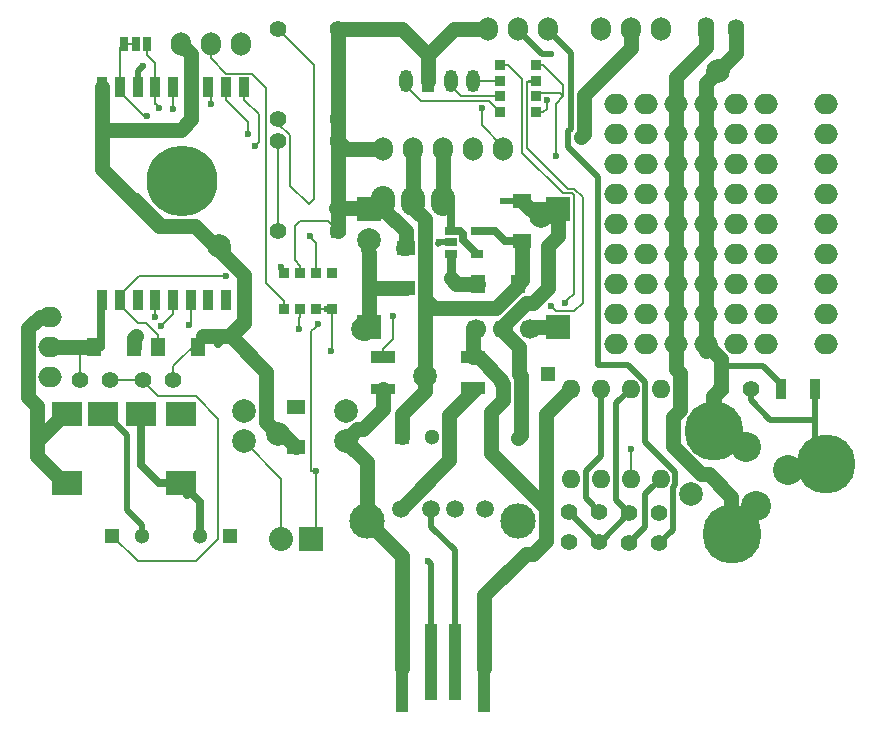
<source format=gbr>
G04 #@! TF.FileFunction,Copper,L1,Top,Signal*
%FSLAX46Y46*%
G04 Gerber Fmt 4.6, Leading zero omitted, Abs format (unit mm)*
G04 Created by KiCad (PCBNEW 4.0.2+dfsg1-stable) date 2016年08月04日 20時34分36秒*
%MOMM*%
G01*
G04 APERTURE LIST*
%ADD10C,0.100000*%
%ADD11R,2.000000X2.000000*%
%ADD12R,0.900000X1.700000*%
%ADD13C,6.000000*%
%ADD14C,1.501140*%
%ADD15O,3.000000X3.000000*%
%ADD16C,1.699260*%
%ADD17R,1.200000X1.600000*%
%ADD18C,1.300000*%
%ADD19R,1.300000X1.300000*%
%ADD20O,2.032000X2.540000*%
%ADD21C,5.000000*%
%ADD22C,2.540000*%
%ADD23O,1.600000X1.600000*%
%ADD24R,1.998980X0.899160*%
%ADD25R,1.998980X1.000760*%
%ADD26O,1.117600X1.905000*%
%ADD27R,1.117600X1.905000*%
%ADD28O,1.700000X2.000000*%
%ADD29R,0.800000X1.200000*%
%ADD30O,2.000000X1.700000*%
%ADD31C,1.998980*%
%ADD32O,1.400000X2.000000*%
%ADD33O,1.400000X1.700000*%
%ADD34R,0.900000X0.900000*%
%ADD35C,2.000000*%
%ADD36R,2.500000X2.000000*%
%ADD37R,1.000000X7.410000*%
%ADD38R,1.000000X6.410000*%
%ADD39C,1.397000*%
%ADD40R,1.600000X1.200000*%
%ADD41R,2.032000X2.032000*%
%ADD42O,2.032000X2.032000*%
%ADD43R,1.060000X0.650000*%
%ADD44C,0.600000*%
%ADD45C,0.508000*%
%ADD46C,0.203200*%
%ADD47C,1.270000*%
%ADD48C,0.635000*%
%ADD49C,0.762000*%
G04 APERTURE END LIST*
D10*
D11*
X182434500Y-116696500D03*
X182434500Y-106696500D03*
X166434500Y-106696500D03*
X166434500Y-116696500D03*
D12*
X143860000Y-96410000D03*
X143860000Y-114410000D03*
X145360000Y-96410000D03*
X145360000Y-114410000D03*
X146860000Y-96410000D03*
X146860000Y-114410000D03*
X148360000Y-96410000D03*
X148360000Y-114410000D03*
X149860000Y-96410000D03*
X149860000Y-114410000D03*
X151360000Y-96410000D03*
X151360000Y-114410000D03*
X152860000Y-96410000D03*
X152860000Y-114410000D03*
X154360000Y-96410000D03*
X154360000Y-114410000D03*
X155860000Y-96410000D03*
X155860000Y-114410000D03*
D13*
X150660000Y-104310000D03*
D14*
X176276860Y-132077880D03*
X173736860Y-132077880D03*
X171704860Y-132077880D03*
X169164860Y-132077880D03*
D15*
X179064000Y-133110000D03*
X166264000Y-133110000D03*
D16*
X177800000Y-116840000D03*
X180091080Y-116840000D03*
X175508920Y-116840000D03*
D17*
X175670000Y-113030000D03*
X179070000Y-113030000D03*
D18*
X179284000Y-125857000D03*
D19*
X176784000Y-125857000D03*
D20*
X167640000Y-106045000D03*
X170180000Y-106045000D03*
X172720000Y-106045000D03*
D21*
X195622399Y-125469729D03*
X197166131Y-134224670D03*
X205149206Y-128303467D03*
D22*
X198352522Y-126844655D03*
X199234655Y-131847478D03*
X201920353Y-128794733D03*
D23*
X183515000Y-129540000D03*
X186055000Y-129540000D03*
X188595000Y-129540000D03*
X191135000Y-129540000D03*
X191135000Y-121920000D03*
X188595000Y-121920000D03*
X186055000Y-121920000D03*
X183515000Y-121920000D03*
D24*
X167640000Y-121920000D03*
D25*
X167640000Y-119270780D03*
X175239680Y-119270780D03*
X175239680Y-121871740D03*
D26*
X169545000Y-95885000D03*
D27*
X171450000Y-95885000D03*
D26*
X173355000Y-95885000D03*
X175260000Y-95885000D03*
D28*
X155575000Y-92710000D03*
X153035000Y-92710000D03*
X150495000Y-92710000D03*
D29*
X145685000Y-92710000D03*
X147685000Y-92710000D03*
X146685000Y-92710000D03*
D30*
X139446000Y-115824000D03*
X139446000Y-118364000D03*
X139446000Y-120904000D03*
D28*
X167640000Y-101600000D03*
X172720000Y-101600000D03*
X170180000Y-101600000D03*
X175260000Y-101600000D03*
X177800000Y-101600000D03*
D31*
X193675000Y-130810000D03*
D28*
X186055000Y-91440000D03*
X188595000Y-91440000D03*
X191135000Y-91440000D03*
X176530000Y-91440000D03*
X179070000Y-91440000D03*
X181610000Y-91440000D03*
D32*
X194945000Y-91440000D03*
D33*
X197485000Y-91440000D03*
D34*
X180570000Y-98520000D03*
X180570000Y-94520000D03*
X180570000Y-97180000D03*
X180570000Y-95860000D03*
X177570000Y-97180000D03*
X177570000Y-98520000D03*
X177570000Y-94520000D03*
X177570000Y-95860000D03*
D35*
X155829000Y-123825000D03*
X164465000Y-123825000D03*
D36*
X150565000Y-129900000D03*
X140865000Y-129900000D03*
X147165000Y-124100000D03*
X150565000Y-124100000D03*
X140865000Y-124100000D03*
X143965000Y-124100000D03*
D37*
X169220000Y-145560000D03*
D38*
X171720000Y-145060000D03*
X173720000Y-145060000D03*
D37*
X176220000Y-145560000D03*
D39*
X144526000Y-121158000D03*
X141986000Y-121158000D03*
X149860000Y-121158000D03*
X147320000Y-121158000D03*
X183388000Y-134874000D03*
X183388000Y-132334000D03*
X185928000Y-134874000D03*
X185928000Y-132334000D03*
X188468000Y-135001000D03*
X188468000Y-132461000D03*
X191008000Y-135001000D03*
X191008000Y-132461000D03*
X196215000Y-121920000D03*
X198755000Y-121920000D03*
D35*
X155829000Y-126365000D03*
X164465000Y-126365000D03*
D39*
X163830000Y-108585000D03*
X158750000Y-108585000D03*
X163830000Y-100965000D03*
X158750000Y-100965000D03*
D17*
X143129000Y-118364000D03*
X146529000Y-118364000D03*
X148590000Y-118364000D03*
X151990000Y-118364000D03*
D40*
X160274000Y-123444000D03*
X160274000Y-126844000D03*
D19*
X144693000Y-134366000D03*
D18*
X147193000Y-134366000D03*
X152146000Y-134366000D03*
D19*
X154646000Y-134366000D03*
D30*
X205105000Y-118110000D03*
X205105000Y-107950000D03*
X205105000Y-110490000D03*
X205105000Y-115570000D03*
X205105000Y-113030000D03*
X205105000Y-102870000D03*
X205105000Y-105410000D03*
X205105000Y-100330000D03*
X205105000Y-97790000D03*
D19*
X181610000Y-120650000D03*
D18*
X179110000Y-120650000D03*
D30*
X197485000Y-118110000D03*
X197485000Y-107950000D03*
X197485000Y-110490000D03*
X197485000Y-115570000D03*
X197485000Y-113030000D03*
X197485000Y-102870000D03*
X197485000Y-105410000D03*
X197485000Y-100330000D03*
X197485000Y-97790000D03*
X192405000Y-118110000D03*
X192405000Y-107950000D03*
X192405000Y-110490000D03*
X192405000Y-115570000D03*
X192405000Y-113030000D03*
X192405000Y-102870000D03*
X192405000Y-105410000D03*
X192405000Y-100330000D03*
X192405000Y-97790000D03*
X194945000Y-118110000D03*
X194945000Y-107950000D03*
X194945000Y-110490000D03*
X194945000Y-115570000D03*
X194945000Y-113030000D03*
X194945000Y-102870000D03*
X194945000Y-105410000D03*
X194945000Y-100330000D03*
X194945000Y-97790000D03*
X200025000Y-118110000D03*
X200025000Y-107950000D03*
X200025000Y-110490000D03*
X200025000Y-115570000D03*
X200025000Y-113030000D03*
X200025000Y-102870000D03*
X200025000Y-105410000D03*
X200025000Y-100330000D03*
X200025000Y-97790000D03*
X187325000Y-118110000D03*
X187325000Y-107950000D03*
X187325000Y-110490000D03*
X187325000Y-115570000D03*
X187325000Y-113030000D03*
X187325000Y-102870000D03*
X187325000Y-105410000D03*
X187325000Y-100330000D03*
X187325000Y-97790000D03*
X189865000Y-118110000D03*
X189865000Y-107950000D03*
X189865000Y-110490000D03*
X189865000Y-115570000D03*
X189865000Y-113030000D03*
X189865000Y-102870000D03*
X189865000Y-105410000D03*
X189865000Y-100330000D03*
X189865000Y-97790000D03*
D34*
X159290000Y-115165000D03*
X163290000Y-115165000D03*
X160630000Y-115165000D03*
X161950000Y-115165000D03*
X160630000Y-112165000D03*
X159290000Y-112165000D03*
X163290000Y-112165000D03*
X161950000Y-112165000D03*
D41*
X161544000Y-134620000D03*
D42*
X159004000Y-134620000D03*
D12*
X201295000Y-121920000D03*
X204195000Y-121920000D03*
D39*
X158750000Y-91440000D03*
X163830000Y-91440000D03*
X158750000Y-99060000D03*
X163830000Y-99060000D03*
D40*
X169545000Y-113396500D03*
X169545000Y-109996500D03*
X179415188Y-109429868D03*
X179415188Y-106029868D03*
D18*
X171767500Y-125984000D03*
D19*
X169267500Y-125984000D03*
D43*
X173355000Y-108590000D03*
X173355000Y-109540000D03*
X173355000Y-110490000D03*
X175555000Y-110490000D03*
X175555000Y-108590000D03*
D44*
X163195000Y-118745000D03*
D35*
X171215309Y-120881587D03*
D44*
X162898554Y-115145176D03*
X192405000Y-95504000D03*
X181864000Y-93599000D03*
X170180000Y-106172000D03*
X152400040Y-117475000D03*
X146685000Y-117475000D03*
D35*
X180975000Y-107315000D03*
D44*
X177815132Y-106029868D03*
X169545000Y-109996500D03*
X172400000Y-109540000D03*
D35*
X153736904Y-109855000D03*
X158750000Y-125730000D03*
X195961000Y-94996000D03*
D44*
X150876000Y-99822000D03*
X181520012Y-97521771D03*
X147656801Y-98845215D03*
X148684058Y-98131281D03*
X175983979Y-98156771D03*
X153035000Y-97790000D03*
D35*
X165955376Y-116909980D03*
X166470118Y-109320118D03*
D44*
X184404000Y-100584000D03*
X149860000Y-98204380D03*
X171450000Y-136525000D03*
X147297000Y-94615000D03*
X161418521Y-109036161D03*
X154332420Y-112367580D03*
X160274000Y-123444000D03*
X156210000Y-100330000D03*
X181864000Y-114935000D03*
X151193772Y-116494200D03*
X160528000Y-116840000D03*
X151360000Y-114410000D03*
X152825832Y-114727139D03*
X163290000Y-112165000D03*
X146812000Y-114554000D03*
X148844000Y-116586000D03*
X156804167Y-101350137D03*
X182245036Y-102235000D03*
X159033217Y-111656732D03*
X154432000Y-114300000D03*
X183013756Y-114639814D03*
X168497148Y-115736758D03*
X161925000Y-128905000D03*
X188595000Y-127000000D03*
X162155872Y-116458083D03*
X148336000Y-115824000D03*
D45*
X143129000Y-118364000D02*
X143764000Y-118364000D01*
D46*
X162898554Y-115145176D02*
X163270176Y-115145176D01*
X163270176Y-115145176D02*
X163290000Y-115165000D01*
X161950000Y-115165000D02*
X162878730Y-115165000D01*
X162878730Y-115165000D02*
X162898554Y-115145176D01*
D47*
X182434500Y-116696500D02*
X180234580Y-116696500D01*
X180234580Y-116696500D02*
X180091080Y-116840000D01*
X170180000Y-106045000D02*
X170180000Y-106596264D01*
X170180000Y-106596264D02*
X171180001Y-107596265D01*
D46*
X163290000Y-115165000D02*
X163290000Y-118650000D01*
X163290000Y-118650000D02*
X163195000Y-118745000D01*
X163290000Y-115165000D02*
X163290000Y-115178554D01*
D47*
X170180000Y-101600000D02*
X170180000Y-102870000D01*
X171215309Y-120881587D02*
X171215309Y-122116191D01*
X171215309Y-122116191D02*
X171180001Y-122151499D01*
X199234655Y-131847478D02*
X199234655Y-132156146D01*
X199234655Y-132156146D02*
X197166131Y-134224670D01*
X171180001Y-114300000D02*
X171180001Y-107596265D01*
X171180001Y-122151499D02*
X171180001Y-114300000D01*
X171180001Y-114300000D02*
X171980001Y-115100000D01*
X177200000Y-115100000D02*
X179070000Y-113230000D01*
X179070000Y-113230000D02*
X179070000Y-113030000D01*
X171980001Y-115100000D02*
X177200000Y-115100000D01*
D48*
X175555000Y-108590000D02*
X177140320Y-108590000D01*
X177140320Y-108590000D02*
X177980188Y-109429868D01*
X177980188Y-109429868D02*
X179415188Y-109429868D01*
D47*
X179415188Y-109429868D02*
X179415188Y-112684812D01*
X179415188Y-112684812D02*
X179070000Y-113030000D01*
D46*
X162990000Y-115217542D02*
X162917634Y-115145176D01*
X162917634Y-115145176D02*
X162898554Y-115145176D01*
X162814000Y-115316000D02*
X162912458Y-115217542D01*
X162912458Y-115217542D02*
X162990000Y-115217542D01*
X162937458Y-115165000D02*
X162990000Y-115217542D01*
D47*
X169267500Y-125984000D02*
X169267500Y-124064000D01*
X169267500Y-124064000D02*
X171180001Y-122151499D01*
X170180000Y-106596264D02*
X170180000Y-106172000D01*
X197102631Y-131070137D02*
X197102631Y-134605670D01*
X195218224Y-129185730D02*
X197102631Y-131070137D01*
X194557746Y-129185730D02*
X195218224Y-129185730D01*
X192188005Y-126815989D02*
X194557746Y-129185730D01*
X192188005Y-124285821D02*
X192188005Y-126815989D01*
X192770001Y-123703825D02*
X192188005Y-124285821D01*
X192770001Y-120595001D02*
X192770001Y-123703825D01*
X192405000Y-120230000D02*
X192770001Y-120595001D01*
X192405000Y-118110000D02*
X192405000Y-120230000D01*
D45*
X181079000Y-93599000D02*
X181864000Y-93599000D01*
X179070000Y-91440000D02*
X179070000Y-91590000D01*
X179070000Y-91590000D02*
X181079000Y-93599000D01*
D47*
X143129000Y-118364000D02*
X142494000Y-118364000D01*
X142494000Y-118364000D02*
X139446000Y-118364000D01*
D46*
X141986000Y-121158000D02*
X141986000Y-118703800D01*
X141986000Y-118703800D02*
X142325800Y-118364000D01*
X142325800Y-118364000D02*
X142494000Y-118364000D01*
D48*
X143764000Y-118364000D02*
X143764000Y-114506000D01*
X143764000Y-114506000D02*
X143860000Y-114410000D01*
D47*
X194945000Y-91440000D02*
X194945000Y-92964000D01*
X192405000Y-95504000D02*
X192405000Y-97790000D01*
X194945000Y-92964000D02*
X192405000Y-95504000D01*
X170180000Y-102870000D02*
X170180000Y-106172000D01*
X192405000Y-100330000D02*
X192405000Y-97790000D01*
X192405000Y-102870000D02*
X192405000Y-100330000D01*
X192405000Y-105410000D02*
X192405000Y-102870000D01*
X192405000Y-107950000D02*
X192405000Y-105410000D01*
X192405000Y-110490000D02*
X192405000Y-107950000D01*
X192405000Y-113030000D02*
X192405000Y-110490000D01*
X192405000Y-115570000D02*
X192405000Y-113030000D01*
X192405000Y-118110000D02*
X192405000Y-115570000D01*
X195622399Y-125469729D02*
X195622399Y-122512601D01*
X195622399Y-122512601D02*
X196215000Y-121920000D01*
X195622399Y-125469729D02*
X196977596Y-125469729D01*
X196977596Y-125469729D02*
X198352522Y-126844655D01*
X146529000Y-118364000D02*
X146529000Y-117631000D01*
X146529000Y-117631000D02*
X146685000Y-117475000D01*
X167640000Y-101600000D02*
X164465000Y-101600000D01*
X164465000Y-101600000D02*
X163830000Y-100965000D01*
X154749000Y-117475000D02*
X152400040Y-117475000D01*
D46*
X149860000Y-120015040D02*
X152100041Y-117774999D01*
X149860000Y-121158000D02*
X149860000Y-120015040D01*
X152100041Y-117774999D02*
X152400040Y-117475000D01*
D47*
X180975000Y-107315000D02*
X181816000Y-107315000D01*
X181816000Y-107315000D02*
X182434500Y-106696500D01*
X169545000Y-108585000D02*
X167640000Y-106680000D01*
X167640000Y-106680000D02*
X167640000Y-106045000D01*
X169545000Y-109996500D02*
X169545000Y-108585000D01*
X167656500Y-106696500D02*
X167475000Y-106878000D01*
X169345000Y-109996500D02*
X169545000Y-109996500D01*
X166434500Y-106696500D02*
X167656500Y-106696500D01*
D45*
X179415188Y-106029868D02*
X177815132Y-106029868D01*
X173355000Y-109540000D02*
X172400000Y-109540000D01*
X172400000Y-109540000D02*
X172269011Y-109670989D01*
X173355000Y-109540000D02*
X173630991Y-109540000D01*
D47*
X154060000Y-110490000D02*
X151715001Y-108145001D01*
X155860000Y-112290000D02*
X154060000Y-110490000D01*
D48*
X155860000Y-111978096D02*
X153736904Y-109855000D01*
X153736904Y-109855000D02*
X152085904Y-108204000D01*
D47*
X154060000Y-110490000D02*
X154060000Y-110178096D01*
X154060000Y-110178096D02*
X153736904Y-109855000D01*
X154749000Y-117475000D02*
X155194000Y-117030000D01*
X157750001Y-124730001D02*
X157750001Y-120476001D01*
X158750000Y-125730000D02*
X157750001Y-124730001D01*
X157750001Y-120476001D02*
X154749000Y-117475000D01*
X158750000Y-125730000D02*
X159160000Y-125730000D01*
X159160000Y-125730000D02*
X160274000Y-126844000D01*
X179110000Y-120650000D02*
X179110000Y-118352175D01*
X179110000Y-118352175D02*
X177800000Y-117042175D01*
X177800000Y-117042175D02*
X177800000Y-116840000D01*
D45*
X173355000Y-109540000D02*
X173035000Y-109540000D01*
D47*
X181610000Y-109854999D02*
X182434500Y-109030499D01*
X182434500Y-109030499D02*
X182434500Y-106696500D01*
X181610000Y-113393002D02*
X181610000Y-109854999D01*
X177800000Y-116840000D02*
X177800000Y-116637825D01*
X179772824Y-114665001D02*
X180338001Y-114665001D01*
X180338001Y-114665001D02*
X181610000Y-113393002D01*
X177800000Y-116637825D02*
X179772824Y-114665001D01*
X182434500Y-106696500D02*
X180081820Y-106696500D01*
X180081820Y-106696500D02*
X179415188Y-106029868D01*
X167640000Y-121920000D02*
X167640000Y-123639580D01*
X167640000Y-123639580D02*
X165914579Y-125365001D01*
X165914579Y-125365001D02*
X165464999Y-125365001D01*
X165464999Y-125365001D02*
X164465000Y-126365000D01*
X179284000Y-125857000D02*
X179284000Y-120824000D01*
X179284000Y-120824000D02*
X179110000Y-120650000D01*
X179064000Y-126077000D02*
X179284000Y-125857000D01*
X155194000Y-117030000D02*
X155860000Y-116364000D01*
D45*
X188468000Y-135001000D02*
X189855499Y-133613501D01*
X189855499Y-133613501D02*
X189855499Y-130819501D01*
X189855499Y-130819501D02*
X190335001Y-130339999D01*
X190335001Y-130339999D02*
X191135000Y-129540000D01*
D47*
X196215000Y-121920000D02*
X196215000Y-120015000D01*
X196215000Y-120015000D02*
X196215000Y-119380000D01*
D45*
X201295000Y-121920000D02*
X201295000Y-121520000D01*
X201295000Y-121520000D02*
X199790000Y-120015000D01*
X199790000Y-120015000D02*
X196215000Y-120015000D01*
D47*
X196215000Y-119380000D02*
X194945000Y-118110000D01*
X195558899Y-125850729D02*
X195558899Y-122576101D01*
X195558899Y-122576101D02*
X196215000Y-121920000D01*
X166264000Y-133110000D02*
X166264000Y-128164000D01*
X166264000Y-128164000D02*
X164465000Y-126365000D01*
X165178740Y-127078740D02*
X164465000Y-126365000D01*
X163830000Y-91440000D02*
X169227500Y-91440000D01*
X169227500Y-91440000D02*
X171450000Y-93662500D01*
X176530000Y-91440000D02*
X173672500Y-91440000D01*
X173672500Y-91440000D02*
X171450000Y-93662500D01*
X171450000Y-93662500D02*
X171450000Y-95885000D01*
X194945000Y-96012000D02*
X195961000Y-94996000D01*
X195961000Y-94996000D02*
X197485000Y-93472000D01*
D46*
X162974398Y-107729398D02*
X163131501Y-107886501D01*
X163131501Y-107886501D02*
X163830000Y-108585000D01*
X160620230Y-107729398D02*
X162974398Y-107729398D01*
X160180398Y-108169230D02*
X160620230Y-107729398D01*
X160630000Y-111511800D02*
X160180398Y-111062198D01*
X160180398Y-111062198D02*
X160180398Y-108169230D01*
X160630000Y-112165000D02*
X160630000Y-111511800D01*
X163830000Y-108585000D02*
X163322000Y-109093000D01*
D47*
X163639500Y-106616500D02*
X165719500Y-106616500D01*
X163830000Y-100965000D02*
X163830000Y-108585000D01*
X163830000Y-99060000D02*
X163830000Y-91440000D01*
X163830000Y-100965000D02*
X163830000Y-99060000D01*
X151360000Y-96410000D02*
X151360000Y-93575000D01*
X151360000Y-93575000D02*
X150495000Y-92710000D01*
X137610990Y-116770010D02*
X138557000Y-115824000D01*
X138557000Y-115824000D02*
X139446000Y-115824000D01*
X138345000Y-123359000D02*
X137610990Y-122624990D01*
X137610990Y-122624990D02*
X137610990Y-116770010D01*
X138345000Y-126370000D02*
X138345000Y-123359000D01*
X140865000Y-124100000D02*
X140615000Y-124100000D01*
X140615000Y-124100000D02*
X138345000Y-126370000D01*
X138345000Y-126370000D02*
X138345000Y-127630000D01*
X138345000Y-127630000D02*
X140615000Y-129900000D01*
X140615000Y-129900000D02*
X140865000Y-129900000D01*
X150495000Y-99980235D02*
X143891235Y-99980235D01*
X143860000Y-103347000D02*
X143860000Y-99949000D01*
X143860000Y-99949000D02*
X143860000Y-96410000D01*
X143891235Y-99980235D02*
X143860000Y-99949000D01*
D48*
X150495000Y-99980235D02*
X150876000Y-99822000D01*
D47*
X151360000Y-96410000D02*
X151360000Y-99115235D01*
X151360000Y-99115235D02*
X150495000Y-99980235D01*
X148658001Y-108145001D02*
X143860000Y-103347000D01*
X155860000Y-114410000D02*
X155860000Y-112290000D01*
X151715001Y-108145001D02*
X148658001Y-108145001D01*
X155860000Y-114410000D02*
X155860000Y-115895000D01*
X155860000Y-116364000D02*
X155860000Y-115895000D01*
D48*
X153645000Y-118110000D02*
X155860000Y-115895000D01*
D47*
X194945000Y-97790000D02*
X194945000Y-96012000D01*
X197485000Y-93472000D02*
X197485000Y-91440000D01*
X169220000Y-145560000D02*
X169220000Y-136066000D01*
X169220000Y-136066000D02*
X166264000Y-133110000D01*
X194945000Y-118110000D02*
X194945000Y-118745000D01*
D48*
X155860000Y-114410000D02*
X155860000Y-111978096D01*
X149352000Y-108204000D02*
X146812000Y-105664000D01*
X152085904Y-108204000D02*
X149352000Y-108204000D01*
X150876000Y-99822000D02*
X151360000Y-97895000D01*
X151360000Y-97895000D02*
X151360000Y-96410000D01*
X143860000Y-96410000D02*
X143860000Y-97895000D01*
D47*
X194945000Y-115570000D02*
X194945000Y-118110000D01*
X194945000Y-113030000D02*
X194945000Y-115570000D01*
X194945000Y-110490000D02*
X194945000Y-113030000D01*
X194945000Y-107950000D02*
X194945000Y-110490000D01*
X194945000Y-105410000D02*
X194945000Y-107950000D01*
X194945000Y-102870000D02*
X194945000Y-105410000D01*
X194945000Y-100330000D02*
X194945000Y-102870000D01*
X194945000Y-97790000D02*
X194945000Y-100330000D01*
D46*
X169545000Y-96278700D02*
X170821470Y-97555170D01*
X170821470Y-97555170D02*
X176605170Y-97555170D01*
X176605170Y-97555170D02*
X177570000Y-98520000D01*
X169545000Y-95885000D02*
X169545000Y-96278700D01*
X176916800Y-97180000D02*
X177570000Y-97180000D01*
X173355000Y-96278700D02*
X174228260Y-97151960D01*
X173355000Y-95885000D02*
X173355000Y-96278700D01*
X174228260Y-97151960D02*
X176888760Y-97151960D01*
X176888760Y-97151960D02*
X176916800Y-97180000D01*
X175260000Y-95885000D02*
X177545000Y-95885000D01*
X177545000Y-95885000D02*
X177570000Y-95860000D01*
X157749899Y-112971699D02*
X159290000Y-114511800D01*
X154380199Y-95258399D02*
X156551281Y-95258399D01*
X156551281Y-95258399D02*
X157749899Y-96457017D01*
X157749899Y-96457017D02*
X157749899Y-112971699D01*
X153035000Y-92710000D02*
X153035000Y-93913200D01*
X153035000Y-93913200D02*
X154380199Y-95258399D01*
X159290000Y-114511800D02*
X159290000Y-115165000D01*
X181520012Y-97946035D02*
X181520012Y-97521771D01*
X181520012Y-98223188D02*
X181520012Y-97946035D01*
X180570000Y-98520000D02*
X181223200Y-98520000D01*
X181223200Y-98520000D02*
X181520012Y-98223188D01*
X145360000Y-96810000D02*
X147395215Y-98845215D01*
X147395215Y-98845215D02*
X147656801Y-98845215D01*
X145360000Y-96410000D02*
X145360000Y-96810000D01*
X146685000Y-92710000D02*
X145685000Y-92710000D01*
X145360000Y-96410000D02*
X145360000Y-93035000D01*
X145360000Y-93035000D02*
X145685000Y-92710000D01*
X158750000Y-100965000D02*
X158750000Y-101952828D01*
X158750000Y-101952828D02*
X158750000Y-108585000D01*
X148360000Y-96410000D02*
X148360000Y-97807223D01*
X148384059Y-97831282D02*
X148684058Y-98131281D01*
X148360000Y-97807223D02*
X148384059Y-97831282D01*
X147685000Y-92710000D02*
X147685000Y-93710000D01*
X148360000Y-94385000D02*
X148360000Y-96410000D01*
X147685000Y-93710000D02*
X148360000Y-94385000D01*
X177800000Y-101600000D02*
X177800000Y-101450000D01*
X177800000Y-101450000D02*
X175983979Y-99633979D01*
X175983979Y-99633979D02*
X175983979Y-98581035D01*
X175983979Y-98581035D02*
X175983979Y-98156771D01*
X153035000Y-97790000D02*
X153035000Y-96585000D01*
X153035000Y-96585000D02*
X152860000Y-96410000D01*
D47*
X175239680Y-119270780D02*
X175239680Y-117109240D01*
X175239680Y-117109240D02*
X175508920Y-116840000D01*
X166470118Y-111280228D02*
X166370000Y-109220000D01*
X166470118Y-109754882D02*
X166470118Y-109320118D01*
X166470118Y-109320118D02*
X166370000Y-109220000D01*
D48*
X173355000Y-108590000D02*
X173355000Y-106680000D01*
X173355000Y-106680000D02*
X172720000Y-106045000D01*
D47*
X166470118Y-116841106D02*
X166470118Y-113030000D01*
X166470118Y-113030000D02*
X166470118Y-112694441D01*
X169545000Y-113396500D02*
X166836618Y-113396500D01*
X166836618Y-113396500D02*
X166470118Y-113030000D01*
X166074557Y-117236667D02*
X166470118Y-116841106D01*
X166470118Y-112694441D02*
X166470118Y-111280228D01*
D48*
X175555000Y-110490000D02*
X175260000Y-110195000D01*
X173355000Y-108590000D02*
X174191502Y-108590000D01*
X174191502Y-108590000D02*
X174402501Y-108800999D01*
X174402501Y-108800999D02*
X174402501Y-109337501D01*
X174402501Y-109337501D02*
X175555000Y-110490000D01*
D47*
X172720000Y-102235000D02*
X172720000Y-106045000D01*
X177800000Y-121537802D02*
X177624999Y-121362801D01*
X177624999Y-121362801D02*
X177624999Y-121156989D01*
X177624999Y-121156989D02*
X175738790Y-119270780D01*
X175738790Y-119270780D02*
X175239680Y-119270780D01*
X177800000Y-122921000D02*
X177800000Y-121537802D01*
X176784000Y-125857000D02*
X176784000Y-123937000D01*
X176784000Y-123937000D02*
X177800000Y-122921000D01*
X183515000Y-121920000D02*
X181399001Y-124035999D01*
X181399001Y-124035999D02*
X181399001Y-131989199D01*
X176784000Y-125857000D02*
X176784000Y-127374198D01*
X176784000Y-127374198D02*
X181399001Y-131989199D01*
X181399001Y-131989199D02*
X181399001Y-134830999D01*
X179705000Y-135890000D02*
X180340000Y-135890000D01*
X176220000Y-145560000D02*
X176220000Y-139375000D01*
X176220000Y-139375000D02*
X179705000Y-135890000D01*
X180340000Y-135890000D02*
X181399001Y-134830999D01*
X188595000Y-93091000D02*
X188595000Y-91440000D01*
X184658000Y-97028000D02*
X188595000Y-93091000D01*
X184658000Y-100330000D02*
X184658000Y-97028000D01*
X184404000Y-100584000D02*
X184658000Y-100330000D01*
D48*
X150565000Y-129900000D02*
X150815000Y-129900000D01*
X150815000Y-129900000D02*
X151003000Y-130088000D01*
X151003000Y-130088000D02*
X151003000Y-130937000D01*
X152146000Y-134366000D02*
X152146000Y-131481000D01*
X152146000Y-131481000D02*
X150565000Y-129900000D01*
X150565000Y-129900000D02*
X148680000Y-129900000D01*
X148680000Y-129900000D02*
X147165000Y-128385000D01*
X147165000Y-128385000D02*
X147165000Y-125735000D01*
X147165000Y-125735000D02*
X147165000Y-124100000D01*
D46*
X161330015Y-106321211D02*
X161820210Y-105831016D01*
X161820210Y-94510210D02*
X159448499Y-92138499D01*
X159750101Y-100484951D02*
X159750101Y-101445049D01*
X159743789Y-104734985D02*
X161330015Y-106321211D01*
X161820210Y-105831016D02*
X161820210Y-94510210D01*
X158750000Y-99484850D02*
X159750101Y-100484951D01*
X158750000Y-99060000D02*
X158750000Y-99484850D01*
X159750101Y-101445049D02*
X159743789Y-101451361D01*
X159743789Y-101451361D02*
X159743789Y-104734985D01*
X159448499Y-92138499D02*
X158750000Y-91440000D01*
X149860000Y-96410000D02*
X149860000Y-98204380D01*
D45*
X173720000Y-145060000D02*
X173720000Y-135620000D01*
X171704860Y-133604860D02*
X171704860Y-132077880D01*
X173720000Y-135620000D02*
X171704860Y-133604860D01*
X171720000Y-145060000D02*
X171720000Y-136795000D01*
X171720000Y-136795000D02*
X171450000Y-136525000D01*
X191008000Y-135001000D02*
X192160501Y-133848499D01*
X192160501Y-133848499D02*
X192160501Y-130276500D01*
X192160501Y-130276500D02*
X192389001Y-130048000D01*
X192389001Y-130048000D02*
X192389001Y-128938079D01*
X192389001Y-128938079D02*
X189849001Y-126398079D01*
X189849001Y-126398079D02*
X189849001Y-121318079D01*
X189849001Y-121318079D02*
X188410990Y-119880068D01*
X188410990Y-119880068D02*
X185870990Y-119880068D01*
X185870990Y-119880068D02*
X185870990Y-103975008D01*
X185870990Y-103975008D02*
X183314991Y-101419009D01*
X183314991Y-101419009D02*
X183314991Y-100132917D01*
X183314991Y-100132917D02*
X183515000Y-99932908D01*
X183515000Y-99932908D02*
X183515000Y-93495000D01*
X183515000Y-93495000D02*
X181610000Y-91590000D01*
X181610000Y-91590000D02*
X181610000Y-91440000D01*
X204195000Y-121920000D02*
X204195000Y-124587000D01*
X204195000Y-124587000D02*
X204195000Y-127793761D01*
X198755000Y-121920000D02*
X198755000Y-122907828D01*
X198755000Y-122907828D02*
X200434172Y-124587000D01*
X200434172Y-124587000D02*
X204195000Y-124587000D01*
X204195000Y-127793761D02*
X205085706Y-128684467D01*
X146860000Y-96410000D02*
X146860000Y-95052000D01*
X146860000Y-95052000D02*
X147297000Y-94615000D01*
D46*
X146860000Y-96410000D02*
X146860000Y-95356800D01*
X146860000Y-95356800D02*
X147320000Y-94896800D01*
X146860000Y-96410000D02*
X146860000Y-96010000D01*
D47*
X173252501Y-124124349D02*
X175395890Y-121980960D01*
X173252501Y-127990239D02*
X173252501Y-124124349D01*
X169164860Y-132077880D02*
X173252501Y-127990239D01*
D46*
X161950000Y-112165000D02*
X161950000Y-109567640D01*
X161950000Y-109567640D02*
X161718520Y-109336160D01*
X161718520Y-109336160D02*
X161418521Y-109036161D01*
X153908156Y-112367580D02*
X154332420Y-112367580D01*
X147002420Y-112367580D02*
X153908156Y-112367580D01*
X145360000Y-114010000D02*
X147002420Y-112367580D01*
X145360000Y-114410000D02*
X145360000Y-114010000D01*
X147561200Y-116332000D02*
X146882000Y-116332000D01*
X146882000Y-116332000D02*
X145360000Y-114810000D01*
X145360000Y-114810000D02*
X145360000Y-114410000D01*
X148590000Y-118364000D02*
X148590000Y-117360800D01*
X148590000Y-117360800D02*
X147561200Y-116332000D01*
X147320000Y-121158000D02*
X147320000Y-121285000D01*
X147320000Y-121285000D02*
X148590000Y-122555000D01*
X146852000Y-136525000D02*
X144693000Y-134366000D01*
X151765000Y-136525000D02*
X146852000Y-136525000D01*
X153670000Y-134620000D02*
X151765000Y-136525000D01*
X153670000Y-124460000D02*
X153670000Y-134620000D01*
X151765000Y-122555000D02*
X153670000Y-124460000D01*
X148590000Y-122555000D02*
X151765000Y-122555000D01*
X144526000Y-121158000D02*
X147320000Y-121158000D01*
D45*
X145923000Y-132176762D02*
X145923000Y-125808000D01*
X145923000Y-125808000D02*
X144215000Y-124100000D01*
X144215000Y-124100000D02*
X143965000Y-124100000D01*
X147193000Y-134366000D02*
X147193000Y-133446762D01*
X147193000Y-133446762D02*
X145923000Y-132176762D01*
X186055000Y-121920000D02*
X186055000Y-127652080D01*
X184800999Y-128906081D02*
X184800999Y-131206999D01*
X185229501Y-131635501D02*
X185928000Y-132334000D01*
X186055000Y-127652080D02*
X184800999Y-128906081D01*
X184800999Y-131206999D02*
X185229501Y-131635501D01*
D46*
X154360000Y-96410000D02*
X154360000Y-97464000D01*
X156210000Y-99314000D02*
X156210000Y-100330000D01*
X154360000Y-97464000D02*
X156210000Y-99314000D01*
X154360000Y-96810000D02*
X154360000Y-96410000D01*
D45*
X188468000Y-132461000D02*
X187340999Y-131333999D01*
X187340999Y-131333999D02*
X187340999Y-123174001D01*
X187340999Y-123174001D02*
X188595000Y-121920000D01*
X185928000Y-134874000D02*
X186055000Y-134874000D01*
X186055000Y-134874000D02*
X188468000Y-132461000D01*
X183388000Y-132334000D02*
X185928000Y-134874000D01*
D46*
X184553211Y-114638109D02*
X183829321Y-115361999D01*
X179818399Y-95958401D02*
X179818399Y-101537517D01*
X184553211Y-105702103D02*
X184553211Y-114638109D01*
X183842797Y-104991689D02*
X184553211Y-105702103D01*
X183272570Y-104991688D02*
X183842797Y-104991689D01*
X179818399Y-101537517D02*
X183272570Y-104991688D01*
X183829321Y-115361999D02*
X182290999Y-115361999D01*
X182290999Y-115361999D02*
X182163999Y-115234999D01*
X182163999Y-115234999D02*
X181864000Y-114935000D01*
X151360000Y-114410000D02*
X151360000Y-116327972D01*
X151360000Y-116327972D02*
X151193772Y-116494200D01*
X179916800Y-95860000D02*
X179818399Y-95958401D01*
X180570000Y-95860000D02*
X179916800Y-95860000D01*
X179818399Y-95958401D02*
X180570000Y-95860000D01*
X160528000Y-115920200D02*
X160528000Y-116840000D01*
X160630000Y-115165000D02*
X160630000Y-115818200D01*
X160630000Y-115818200D02*
X160528000Y-115920200D01*
X152927090Y-114477090D02*
X152927090Y-114625881D01*
X152927090Y-114625881D02*
X152825832Y-114727139D01*
X152860000Y-114410000D02*
X152927090Y-114477090D01*
X146812000Y-114554000D02*
X146860000Y-114506000D01*
X146860000Y-114506000D02*
X146860000Y-114410000D01*
X149860000Y-115570000D02*
X149860000Y-114410000D01*
X148844000Y-116586000D02*
X149860000Y-115570000D01*
X182645170Y-96920170D02*
X182880000Y-97155000D01*
X180570000Y-97180000D02*
X180829830Y-96920170D01*
X180829830Y-96920170D02*
X182645170Y-96920170D01*
X157104166Y-101050138D02*
X156804167Y-101350137D01*
X155860000Y-97463200D02*
X157104166Y-98707366D01*
X157104166Y-98707366D02*
X157104166Y-101050138D01*
X155860000Y-96410000D02*
X155860000Y-97463200D01*
X181223200Y-94520000D02*
X180570000Y-94520000D01*
X182880000Y-96176800D02*
X181223200Y-94520000D01*
X182880000Y-97155000D02*
X182880000Y-96176800D01*
X182245036Y-97789964D02*
X182245036Y-101810736D01*
X182245036Y-101810736D02*
X182245036Y-102235000D01*
X182880000Y-97155000D02*
X182245036Y-97789964D01*
X159333216Y-112121784D02*
X159333216Y-111956731D01*
X159333216Y-111956731D02*
X159033217Y-111656732D01*
X159290000Y-112165000D02*
X159333216Y-112121784D01*
X154432000Y-114300000D02*
X154360000Y-114372000D01*
X154360000Y-114372000D02*
X154360000Y-114410000D01*
X183313755Y-114339815D02*
X183013756Y-114639814D01*
X183774655Y-113878915D02*
X183313755Y-114339815D01*
X183675781Y-105394899D02*
X183774655Y-105493773D01*
X182864899Y-105394899D02*
X183675781Y-105394899D01*
X179415188Y-101945188D02*
X182864899Y-105394899D01*
X178223200Y-94520000D02*
X179415188Y-95711988D01*
X179415188Y-95711988D02*
X179415188Y-101945188D01*
X177570000Y-94520000D02*
X178223200Y-94520000D01*
X183774655Y-105493773D02*
X183774655Y-113878915D01*
X167640000Y-118567200D02*
X168497148Y-117710052D01*
X167640000Y-119270780D02*
X167640000Y-118567200D01*
X168497148Y-117710052D02*
X168497148Y-115736758D01*
X161925000Y-128905000D02*
X161925000Y-134239000D01*
X161925000Y-134239000D02*
X161544000Y-134620000D01*
X161544000Y-128905000D02*
X161544000Y-117069955D01*
X161925000Y-128905000D02*
X161544000Y-128905000D01*
X188595000Y-129540000D02*
X188595000Y-127000000D01*
X161855873Y-116758082D02*
X162155872Y-116458083D01*
X161544000Y-117069955D02*
X161855873Y-116758082D01*
X148336000Y-115824000D02*
X148336000Y-114434000D01*
X148336000Y-114434000D02*
X148360000Y-114410000D01*
X148360000Y-113978736D02*
X148360000Y-114410000D01*
X159004000Y-134620000D02*
X159004000Y-129540000D01*
X159004000Y-129540000D02*
X155829000Y-126365000D01*
D49*
X173355000Y-110490000D02*
X173355000Y-112585000D01*
D47*
X175670000Y-113030000D02*
X173800000Y-113030000D01*
X173800000Y-113030000D02*
X173355000Y-112585000D01*
M02*

</source>
